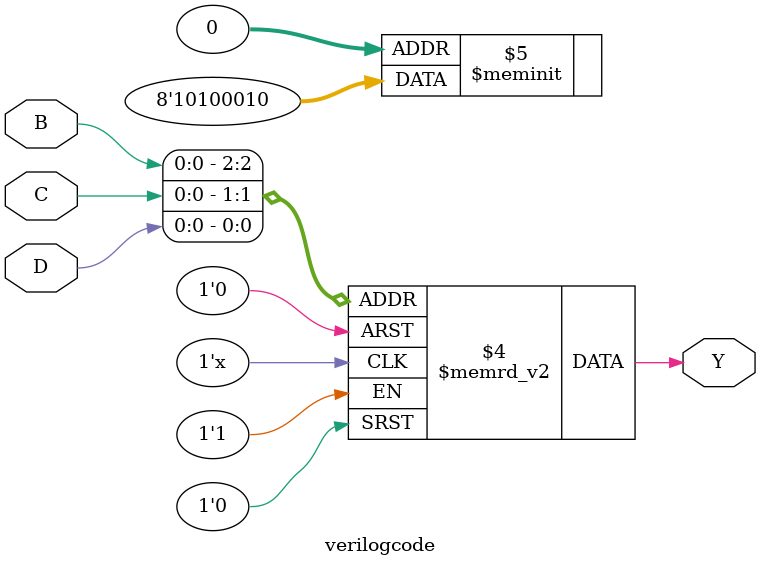
<source format=v>
`timescale 1ns / 1ps
module verilogcode(B,C,D,Y);
    input B;
    input C;
    input D;
   
    
	 output Y;
reg Y;
always @(B or C or D)
case({B,C,D})
      3'b000:Y=0;
	   3'b001:Y=1;
	   3'b010:Y=0;
	   3'b011:Y=0;
	   3'b100:Y=0;
	   3'b101:Y=1;
	   3'b110:Y=0;
	   3'b111:Y=1;
	   endcase

endmodule

</source>
